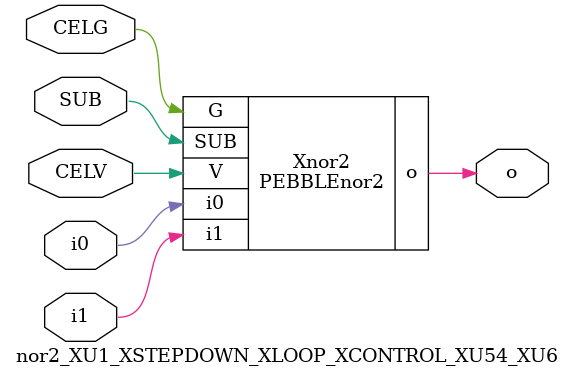
<source format=v>



module PEBBLEnor2 ( o, G, SUB, V, i0, i1 );

  input i0;
  input V;
  input i1;
  input G;
  output o;
  input SUB;
endmodule

//Celera Confidential Do Not Copy nor2_XU1_XSTEPDOWN_XLOOP_XCONTROL_XU54_XU6
//Celera Confidential Symbol Generator
//nor2
module nor2_XU1_XSTEPDOWN_XLOOP_XCONTROL_XU54_XU6 (CELV,CELG,i0,i1,o,SUB);
input CELV;
input CELG;
input i0;
input i1;
input SUB;
output o;

//Celera Confidential Do Not Copy nor2
PEBBLEnor2 Xnor2(
.V (CELV),
.i0 (i0),
.i1 (i1),
.o (o),
.SUB (SUB),
.G (CELG)
);
//,diesize,PEBBLEnor2

//Celera Confidential Do Not Copy Module End
//Celera Schematic Generator
endmodule

</source>
